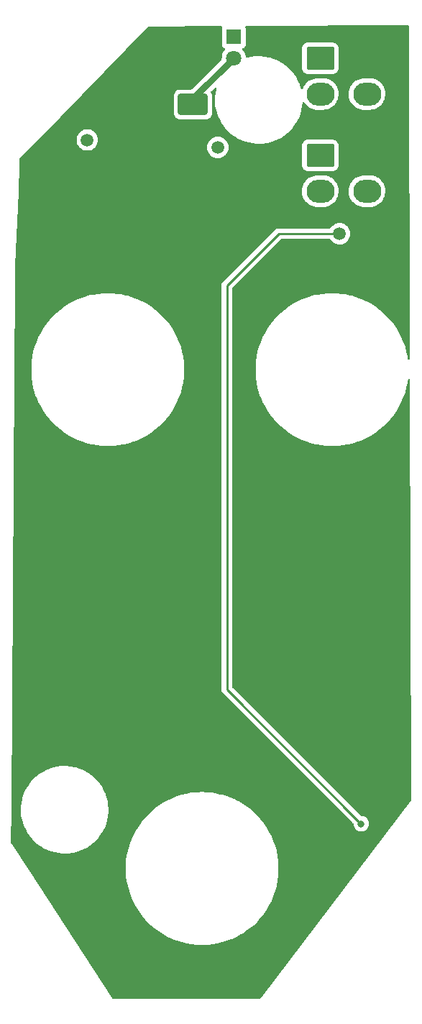
<source format=gbr>
%TF.GenerationSoftware,KiCad,Pcbnew,7.0.1*%
%TF.CreationDate,2023-04-12T19:10:25-08:00*%
%TF.ProjectId,APU ENG CRANK PANEL,41505520-454e-4472-9043-52414e4b2050,4*%
%TF.SameCoordinates,Original*%
%TF.FileFunction,Copper,L2,Bot*%
%TF.FilePolarity,Positive*%
%FSLAX46Y46*%
G04 Gerber Fmt 4.6, Leading zero omitted, Abs format (unit mm)*
G04 Created by KiCad (PCBNEW 7.0.1) date 2023-04-12 19:10:25*
%MOMM*%
%LPD*%
G01*
G04 APERTURE LIST*
G04 Aperture macros list*
%AMRoundRect*
0 Rectangle with rounded corners*
0 $1 Rounding radius*
0 $2 $3 $4 $5 $6 $7 $8 $9 X,Y pos of 4 corners*
0 Add a 4 corners polygon primitive as box body*
4,1,4,$2,$3,$4,$5,$6,$7,$8,$9,$2,$3,0*
0 Add four circle primitives for the rounded corners*
1,1,$1+$1,$2,$3*
1,1,$1+$1,$4,$5*
1,1,$1+$1,$6,$7*
1,1,$1+$1,$8,$9*
0 Add four rect primitives between the rounded corners*
20,1,$1+$1,$2,$3,$4,$5,0*
20,1,$1+$1,$4,$5,$6,$7,0*
20,1,$1+$1,$6,$7,$8,$9,0*
20,1,$1+$1,$8,$9,$2,$3,0*%
G04 Aperture macros list end*
%TA.AperFunction,ComponentPad*%
%ADD10C,1.500000*%
%TD*%
%TA.AperFunction,ComponentPad*%
%ADD11RoundRect,0.250001X-1.399999X1.099999X-1.399999X-1.099999X1.399999X-1.099999X1.399999X1.099999X0*%
%TD*%
%TA.AperFunction,ComponentPad*%
%ADD12O,3.300000X2.700000*%
%TD*%
%TA.AperFunction,SMDPad,CuDef*%
%ADD13RoundRect,0.250000X1.500000X1.000000X-1.500000X1.000000X-1.500000X-1.000000X1.500000X-1.000000X0*%
%TD*%
%TA.AperFunction,ComponentPad*%
%ADD14R,1.800000X1.800000*%
%TD*%
%TA.AperFunction,ComponentPad*%
%ADD15C,1.800000*%
%TD*%
%TA.AperFunction,ViaPad*%
%ADD16C,0.800000*%
%TD*%
%TA.AperFunction,Conductor*%
%ADD17C,0.250000*%
%TD*%
%TA.AperFunction,Conductor*%
%ADD18C,0.750000*%
%TD*%
G04 APERTURE END LIST*
D10*
%TO.P,TP3,1,1*%
%TO.N,GND*%
X151638000Y-61163200D03*
%TD*%
%TO.P,TP1,1,1*%
%TO.N,+5V*%
X154686000Y-57988200D03*
%TD*%
%TO.P,TP4,1,1*%
%TO.N,DATA OUT*%
X184404000Y-69037200D03*
%TD*%
%TO.P,TP2,1,1*%
%TO.N,DATA IN*%
X170053000Y-58877200D03*
%TD*%
D11*
%TO.P,J2,1,Pin_1*%
%TO.N,+5V*%
X182128200Y-59824600D03*
D12*
%TO.P,J2,2,Pin_3*%
X182128200Y-64024600D03*
%TO.P,J2,3,Pin_2*%
%TO.N,GND*%
X187628200Y-59824600D03*
%TO.P,J2,4,Pin_4*%
%TO.N,DATA OUT*%
X187628200Y-64024600D03*
%TD*%
D13*
%TO.P,C1,1*%
%TO.N,+5V*%
X167129500Y-53827700D03*
%TO.P,C1,2*%
%TO.N,GND*%
X160629500Y-53827700D03*
%TD*%
D14*
%TO.P,D1,1,K*%
%TO.N,Net-(D1-K)*%
X171932600Y-45816600D03*
D15*
%TO.P,D1,2,A*%
%TO.N,+5V*%
X171932600Y-48356600D03*
%TD*%
D11*
%TO.P,J1,1,Pin_1*%
%TO.N,+5V*%
X182128200Y-48381900D03*
D12*
%TO.P,J1,2,Pin_3*%
X182128200Y-52581900D03*
%TO.P,J1,3,Pin_2*%
%TO.N,GND*%
X187628200Y-48381900D03*
%TO.P,J1,4,Pin_4*%
%TO.N,DATA IN*%
X187628200Y-52581900D03*
%TD*%
D16*
%TO.N,GND*%
X177419000Y-131521200D03*
X159385000Y-131394200D03*
X191770000Y-75768200D03*
X168910000Y-131521200D03*
X177292000Y-67640200D03*
X149733000Y-77800200D03*
X166624000Y-77419200D03*
X164248000Y-123544600D03*
X148463000Y-125552200D03*
X161290000Y-100025200D03*
X177673000Y-147396200D03*
X159543700Y-150362900D03*
X183679000Y-123544600D03*
X184658000Y-131521200D03*
X189103000Y-125425200D03*
X174281000Y-123417600D03*
X173609000Y-156286200D03*
X175844200Y-78384400D03*
X168783000Y-67767200D03*
%TO.N,DATA OUT*%
X186944000Y-138506200D03*
%TD*%
D17*
%TO.N,+5V*%
X167129500Y-53827700D02*
X167129500Y-53159700D01*
D18*
X167129500Y-53159700D02*
X171932600Y-48356600D01*
D17*
%TO.N,DATA OUT*%
X177215800Y-69037200D02*
X184404000Y-69037200D01*
X186944000Y-138506200D02*
X171119800Y-122682000D01*
X171119800Y-122682000D02*
X171119800Y-75133200D01*
X171119800Y-75133200D02*
X177215800Y-69037200D01*
%TD*%
%TA.AperFunction,Conductor*%
%TO.N,GND*%
G36*
X192503182Y-44487559D02*
G01*
X192549537Y-44533562D01*
X192566636Y-44596591D01*
X192674824Y-83738800D01*
X192659459Y-83799447D01*
X192616818Y-83845227D01*
X192557414Y-83864855D01*
X192495892Y-83853490D01*
X192447420Y-83813935D01*
X192423948Y-83755944D01*
X192395084Y-83541316D01*
X192275206Y-82951537D01*
X192116203Y-82371082D01*
X191918785Y-81802543D01*
X191683834Y-81248460D01*
X191412398Y-80711307D01*
X191105691Y-80193484D01*
X190765082Y-79697303D01*
X190525351Y-79393728D01*
X190392092Y-79224979D01*
X190200367Y-79012999D01*
X189988388Y-78778624D01*
X189555771Y-78360230D01*
X189096176Y-77971666D01*
X188611653Y-77614668D01*
X188611641Y-77614659D01*
X188104376Y-77290834D01*
X188104367Y-77290829D01*
X187576585Y-77001596D01*
X187509880Y-76970641D01*
X187030668Y-76748262D01*
X186469037Y-76531955D01*
X185894220Y-76353645D01*
X185699071Y-76307138D01*
X185308775Y-76214126D01*
X185135674Y-76184927D01*
X184715313Y-76114021D01*
X184116511Y-76053781D01*
X183916022Y-76047078D01*
X183665421Y-76038700D01*
X183364579Y-76038700D01*
X183127167Y-76046637D01*
X182913488Y-76053781D01*
X182314686Y-76114021D01*
X181807775Y-76199526D01*
X181721225Y-76214126D01*
X181526076Y-76260632D01*
X181135779Y-76353645D01*
X180560962Y-76531955D01*
X179999331Y-76748262D01*
X179453421Y-77001593D01*
X179453415Y-77001596D01*
X179255496Y-77110058D01*
X178925623Y-77290834D01*
X178418358Y-77614659D01*
X177933817Y-77971671D01*
X177474231Y-78360228D01*
X177041612Y-78778624D01*
X176637907Y-79224979D01*
X176335898Y-79607419D01*
X176264918Y-79697303D01*
X176063304Y-79991002D01*
X175924312Y-80193479D01*
X175617595Y-80711319D01*
X175346169Y-81248452D01*
X175111213Y-81802548D01*
X174913798Y-82371076D01*
X174754793Y-82951540D01*
X174634917Y-83541309D01*
X174554698Y-84137782D01*
X174514500Y-84738285D01*
X174514500Y-85340115D01*
X174554698Y-85940617D01*
X174634917Y-86537090D01*
X174754793Y-87126859D01*
X174913798Y-87707323D01*
X175091119Y-88217983D01*
X175111215Y-88275857D01*
X175346166Y-88829940D01*
X175346169Y-88829947D01*
X175617595Y-89367080D01*
X175617602Y-89367093D01*
X175924309Y-89884916D01*
X176264918Y-90381097D01*
X176469158Y-90639729D01*
X176637907Y-90853420D01*
X176849887Y-91087795D01*
X177041612Y-91299776D01*
X177474229Y-91718170D01*
X177933824Y-92106734D01*
X178418347Y-92463732D01*
X178418358Y-92463740D01*
X178925623Y-92787565D01*
X178925627Y-92787567D01*
X178925633Y-92787571D01*
X179453415Y-93076804D01*
X179664060Y-93174553D01*
X179999331Y-93330137D01*
X180297529Y-93444985D01*
X180560963Y-93546445D01*
X181135781Y-93724755D01*
X181721225Y-93864274D01*
X182314680Y-93964377D01*
X182314686Y-93964378D01*
X182798130Y-94013012D01*
X182913497Y-94024619D01*
X183364579Y-94039700D01*
X183665411Y-94039700D01*
X183665421Y-94039700D01*
X184116503Y-94024619D01*
X184354564Y-94000669D01*
X184715313Y-93964378D01*
X184715317Y-93964377D01*
X184715320Y-93964377D01*
X185308775Y-93864274D01*
X185894219Y-93724755D01*
X186469037Y-93546445D01*
X186897482Y-93381432D01*
X187030668Y-93330137D01*
X187241307Y-93232389D01*
X187576585Y-93076804D01*
X188104367Y-92787571D01*
X188321775Y-92648782D01*
X188611641Y-92463740D01*
X188611644Y-92463737D01*
X188611653Y-92463732D01*
X189096176Y-92106734D01*
X189555771Y-91718170D01*
X189988388Y-91299776D01*
X190392092Y-90853420D01*
X190765082Y-90381097D01*
X191105691Y-89884916D01*
X191412398Y-89367093D01*
X191683834Y-88829940D01*
X191918785Y-88275857D01*
X192116203Y-87707318D01*
X192275206Y-87126863D01*
X192395084Y-86537084D01*
X192430990Y-86270094D01*
X192454393Y-86212197D01*
X192502723Y-86172646D01*
X192564108Y-86161161D01*
X192623469Y-86180562D01*
X192666222Y-86226083D01*
X192681866Y-86286543D01*
X192818316Y-135654402D01*
X192811803Y-135694735D01*
X192792728Y-135730865D01*
X175125364Y-159037815D01*
X175081012Y-159074542D01*
X175024952Y-159087700D01*
X157692645Y-159087700D01*
X157632594Y-159072469D01*
X157587060Y-159030460D01*
X147849376Y-144077615D01*
X159211000Y-144077615D01*
X159251198Y-144678117D01*
X159331417Y-145274590D01*
X159451293Y-145864359D01*
X159610298Y-146444823D01*
X159787619Y-146955483D01*
X159807715Y-147013357D01*
X160042666Y-147567440D01*
X160042669Y-147567447D01*
X160314095Y-148104580D01*
X160314102Y-148104593D01*
X160620809Y-148622416D01*
X160961418Y-149118597D01*
X161165658Y-149377229D01*
X161334407Y-149590920D01*
X161546387Y-149825295D01*
X161738112Y-150037276D01*
X162170729Y-150455670D01*
X162630324Y-150844234D01*
X163114847Y-151201232D01*
X163114858Y-151201240D01*
X163622123Y-151525065D01*
X163622127Y-151525067D01*
X163622133Y-151525071D01*
X164149915Y-151814304D01*
X164360560Y-151912053D01*
X164695831Y-152067637D01*
X164994029Y-152182485D01*
X165257463Y-152283945D01*
X165832281Y-152462255D01*
X166417725Y-152601774D01*
X167011180Y-152701877D01*
X167011186Y-152701878D01*
X167494630Y-152750512D01*
X167609997Y-152762119D01*
X168061079Y-152777200D01*
X168361911Y-152777200D01*
X168361921Y-152777200D01*
X168813003Y-152762119D01*
X169051064Y-152738169D01*
X169411813Y-152701878D01*
X169411817Y-152701877D01*
X169411820Y-152701877D01*
X170005275Y-152601774D01*
X170590719Y-152462255D01*
X171165537Y-152283945D01*
X171593982Y-152118932D01*
X171727168Y-152067637D01*
X171937807Y-151969889D01*
X172273085Y-151814304D01*
X172800867Y-151525071D01*
X173018275Y-151386282D01*
X173308141Y-151201240D01*
X173308144Y-151201237D01*
X173308153Y-151201232D01*
X173792676Y-150844234D01*
X174252271Y-150455670D01*
X174684888Y-150037276D01*
X175088592Y-149590920D01*
X175461582Y-149118597D01*
X175802191Y-148622416D01*
X176108898Y-148104593D01*
X176380334Y-147567440D01*
X176615285Y-147013357D01*
X176812703Y-146444818D01*
X176971706Y-145864363D01*
X177091584Y-145274584D01*
X177171802Y-144678115D01*
X177212000Y-144077620D01*
X177212000Y-143475780D01*
X177171802Y-142875285D01*
X177091584Y-142278816D01*
X176971706Y-141689037D01*
X176812703Y-141108582D01*
X176615285Y-140540043D01*
X176380334Y-139985960D01*
X176108898Y-139448807D01*
X175802191Y-138930984D01*
X175461582Y-138434803D01*
X175195224Y-138097510D01*
X175088592Y-137962479D01*
X174806372Y-137650443D01*
X174684888Y-137516124D01*
X174252271Y-137097730D01*
X173792676Y-136709166D01*
X173308153Y-136352168D01*
X173308141Y-136352159D01*
X172800876Y-136028334D01*
X172665845Y-135954335D01*
X172273085Y-135739096D01*
X172182271Y-135696954D01*
X171727168Y-135485762D01*
X171165537Y-135269455D01*
X170590720Y-135091145D01*
X170395571Y-135044638D01*
X170005275Y-134951626D01*
X169832174Y-134922427D01*
X169411813Y-134851521D01*
X168813011Y-134791281D01*
X168612522Y-134784578D01*
X168361921Y-134776200D01*
X168061079Y-134776200D01*
X167823667Y-134784137D01*
X167609988Y-134791281D01*
X167011186Y-134851521D01*
X166504275Y-134937026D01*
X166417725Y-134951626D01*
X166222576Y-134998132D01*
X165832279Y-135091145D01*
X165257462Y-135269455D01*
X164695831Y-135485762D01*
X164167652Y-135730865D01*
X164149915Y-135739096D01*
X163974143Y-135835422D01*
X163622123Y-136028334D01*
X163114858Y-136352159D01*
X162630317Y-136709171D01*
X162170731Y-137097728D01*
X161738112Y-137516124D01*
X161334407Y-137962479D01*
X161055023Y-138316270D01*
X160961418Y-138434803D01*
X160620809Y-138930984D01*
X160482066Y-139165229D01*
X160314095Y-139448819D01*
X160042669Y-139985952D01*
X159807713Y-140540048D01*
X159610298Y-141108576D01*
X159451293Y-141689040D01*
X159331417Y-142278809D01*
X159251198Y-142875282D01*
X159211000Y-143475785D01*
X159211000Y-144077615D01*
X147849376Y-144077615D01*
X145734102Y-140829475D01*
X145718766Y-140796128D01*
X145713690Y-140759779D01*
X145741935Y-136969243D01*
X146864715Y-136969243D01*
X146894965Y-137424346D01*
X146965316Y-137874977D01*
X147075220Y-138317631D01*
X147223816Y-138748840D01*
X147409937Y-139165221D01*
X147632138Y-139563539D01*
X147760402Y-139752094D01*
X147888668Y-139940652D01*
X147925747Y-139985960D01*
X148177525Y-140293619D01*
X148496441Y-140619671D01*
X148660117Y-140759776D01*
X148833824Y-140908469D01*
X148842936Y-140916268D01*
X149214270Y-141181069D01*
X149214275Y-141181072D01*
X149214278Y-141181074D01*
X149607574Y-141412028D01*
X149607583Y-141412033D01*
X150019737Y-141607315D01*
X150019740Y-141607316D01*
X150019744Y-141607318D01*
X150447560Y-141765417D01*
X150887675Y-141885086D01*
X151336644Y-141965390D01*
X151790953Y-142005700D01*
X152132956Y-142005700D01*
X152132963Y-142005700D01*
X152474648Y-141990571D01*
X152926729Y-141930206D01*
X153371707Y-141830121D01*
X153806097Y-141691101D01*
X153806097Y-141691100D01*
X153806100Y-141691100D01*
X154226500Y-141514234D01*
X154419627Y-141412033D01*
X154629629Y-141300902D01*
X155012325Y-141052778D01*
X155371594Y-140771802D01*
X155704624Y-140460173D01*
X156008810Y-140120330D01*
X156281769Y-139754933D01*
X156521367Y-139366842D01*
X156725728Y-138959094D01*
X156893252Y-138534880D01*
X157022628Y-138097520D01*
X157112845Y-137650437D01*
X157163195Y-137197131D01*
X157173284Y-136741149D01*
X157143035Y-136286059D01*
X157102166Y-136024272D01*
X157072683Y-135835422D01*
X156962779Y-135392768D01*
X156814183Y-134961559D01*
X156628062Y-134545178D01*
X156628059Y-134545171D01*
X156405862Y-134146862D01*
X156149332Y-133769748D01*
X155860477Y-133416783D01*
X155697563Y-133250224D01*
X155541558Y-133090728D01*
X155195063Y-132794131D01*
X154823729Y-132529330D01*
X154430416Y-132298366D01*
X154018262Y-132103084D01*
X153590442Y-131944983D01*
X153351103Y-131879906D01*
X153150325Y-131825314D01*
X152764790Y-131756356D01*
X152701351Y-131745009D01*
X152309533Y-131710244D01*
X152247047Y-131704700D01*
X151905037Y-131704700D01*
X151563352Y-131719829D01*
X151111271Y-131780194D01*
X151111265Y-131780195D01*
X151111267Y-131780195D01*
X150666292Y-131880278D01*
X150231899Y-132019299D01*
X149811499Y-132196165D01*
X149408369Y-132409498D01*
X149025675Y-132657621D01*
X148666409Y-132938595D01*
X148333378Y-133250224D01*
X148029184Y-133590076D01*
X147756235Y-133955460D01*
X147516632Y-134343559D01*
X147312271Y-134751307D01*
X147144749Y-135175517D01*
X147015369Y-135612889D01*
X146925155Y-136059956D01*
X146874804Y-136513272D01*
X146864715Y-136969243D01*
X145741935Y-136969243D01*
X146126654Y-85340115D01*
X148098500Y-85340115D01*
X148138698Y-85940617D01*
X148218917Y-86537090D01*
X148338793Y-87126859D01*
X148497798Y-87707323D01*
X148675119Y-88217983D01*
X148695215Y-88275857D01*
X148930166Y-88829940D01*
X148930169Y-88829947D01*
X149201595Y-89367080D01*
X149201602Y-89367093D01*
X149508309Y-89884916D01*
X149848918Y-90381097D01*
X150053158Y-90639729D01*
X150221907Y-90853420D01*
X150433887Y-91087795D01*
X150625612Y-91299776D01*
X151058229Y-91718170D01*
X151517824Y-92106734D01*
X152002347Y-92463732D01*
X152002358Y-92463740D01*
X152509623Y-92787565D01*
X152509627Y-92787567D01*
X152509633Y-92787571D01*
X153037415Y-93076804D01*
X153248060Y-93174553D01*
X153583331Y-93330137D01*
X153881529Y-93444985D01*
X154144963Y-93546445D01*
X154719781Y-93724755D01*
X155305225Y-93864274D01*
X155898680Y-93964377D01*
X155898686Y-93964378D01*
X156382130Y-94013012D01*
X156497497Y-94024619D01*
X156948579Y-94039700D01*
X157249411Y-94039700D01*
X157249421Y-94039700D01*
X157700503Y-94024619D01*
X157938564Y-94000669D01*
X158299313Y-93964378D01*
X158299317Y-93964377D01*
X158299320Y-93964377D01*
X158892775Y-93864274D01*
X159478219Y-93724755D01*
X160053037Y-93546445D01*
X160481482Y-93381432D01*
X160614668Y-93330137D01*
X160825307Y-93232389D01*
X161160585Y-93076804D01*
X161688367Y-92787571D01*
X161905775Y-92648782D01*
X162195641Y-92463740D01*
X162195644Y-92463737D01*
X162195653Y-92463732D01*
X162680176Y-92106734D01*
X163139771Y-91718170D01*
X163572388Y-91299776D01*
X163976092Y-90853420D01*
X164349082Y-90381097D01*
X164689691Y-89884916D01*
X164996398Y-89367093D01*
X165267834Y-88829940D01*
X165502785Y-88275857D01*
X165700203Y-87707318D01*
X165859206Y-87126863D01*
X165979084Y-86537084D01*
X166059302Y-85940615D01*
X166099500Y-85340120D01*
X166099500Y-84738280D01*
X166059302Y-84137785D01*
X165979084Y-83541316D01*
X165859206Y-82951537D01*
X165700203Y-82371082D01*
X165502785Y-81802543D01*
X165267834Y-81248460D01*
X164996398Y-80711307D01*
X164689691Y-80193484D01*
X164349082Y-79697303D01*
X164109351Y-79393728D01*
X163976092Y-79224979D01*
X163784367Y-79012999D01*
X163572388Y-78778624D01*
X163139771Y-78360230D01*
X162680176Y-77971666D01*
X162195653Y-77614668D01*
X162195641Y-77614659D01*
X161688376Y-77290834D01*
X161688367Y-77290829D01*
X161160585Y-77001596D01*
X161093880Y-76970641D01*
X160614668Y-76748262D01*
X160053037Y-76531955D01*
X159478220Y-76353645D01*
X159283071Y-76307138D01*
X158892775Y-76214126D01*
X158719674Y-76184927D01*
X158299313Y-76114021D01*
X157700511Y-76053781D01*
X157500022Y-76047078D01*
X157249421Y-76038700D01*
X156948579Y-76038700D01*
X156711167Y-76046637D01*
X156497488Y-76053781D01*
X155898686Y-76114021D01*
X155391775Y-76199526D01*
X155305225Y-76214126D01*
X155110076Y-76260632D01*
X154719779Y-76353645D01*
X154144962Y-76531955D01*
X153583331Y-76748262D01*
X153037421Y-77001593D01*
X153037415Y-77001596D01*
X152839496Y-77110058D01*
X152509623Y-77290834D01*
X152002358Y-77614659D01*
X151517817Y-77971671D01*
X151058231Y-78360228D01*
X150625612Y-78778624D01*
X150221907Y-79224979D01*
X149919898Y-79607419D01*
X149848918Y-79697303D01*
X149647304Y-79991002D01*
X149508312Y-80193479D01*
X149201595Y-80711319D01*
X148930169Y-81248452D01*
X148695213Y-81802548D01*
X148497798Y-82371076D01*
X148338793Y-82951540D01*
X148218917Y-83541309D01*
X148138698Y-84137782D01*
X148098500Y-84738285D01*
X148098500Y-85340115D01*
X146126654Y-85340115D01*
X146202861Y-75113142D01*
X170481579Y-75113142D01*
X170485741Y-75157161D01*
X170486300Y-75169019D01*
X170486300Y-122598147D01*
X170484004Y-122618935D01*
X170486238Y-122689986D01*
X170486300Y-122693945D01*
X170486300Y-122721857D01*
X170486807Y-122725873D01*
X170487737Y-122737696D01*
X170489126Y-122781892D01*
X170494777Y-122801341D01*
X170498786Y-122820696D01*
X170501325Y-122840794D01*
X170517601Y-122881903D01*
X170521444Y-122893130D01*
X170533780Y-122935590D01*
X170544094Y-122953030D01*
X170552787Y-122970774D01*
X170560248Y-122989617D01*
X170560249Y-122989619D01*
X170586231Y-123025380D01*
X170592748Y-123035301D01*
X170615258Y-123073363D01*
X170629578Y-123087683D01*
X170642418Y-123102716D01*
X170654326Y-123119105D01*
X170688398Y-123147292D01*
X170697178Y-123155282D01*
X185996877Y-138454981D01*
X186021508Y-138489831D01*
X186033092Y-138530905D01*
X186050458Y-138696129D01*
X186109472Y-138877756D01*
X186204958Y-139043142D01*
X186314886Y-139165229D01*
X186332747Y-139185066D01*
X186487248Y-139297318D01*
X186661712Y-139374994D01*
X186848513Y-139414700D01*
X187039485Y-139414700D01*
X187039487Y-139414700D01*
X187226288Y-139374994D01*
X187400752Y-139297318D01*
X187555253Y-139185066D01*
X187683040Y-139043144D01*
X187778527Y-138877756D01*
X187837542Y-138696128D01*
X187857504Y-138506200D01*
X187837542Y-138316272D01*
X187778527Y-138134644D01*
X187778527Y-138134643D01*
X187683041Y-137969257D01*
X187555252Y-137827333D01*
X187400753Y-137715083D01*
X187400752Y-137715082D01*
X187226288Y-137637406D01*
X187039487Y-137597700D01*
X187039485Y-137597700D01*
X186983595Y-137597700D01*
X186935377Y-137588109D01*
X186894500Y-137560795D01*
X171790205Y-122456500D01*
X171762891Y-122415623D01*
X171753300Y-122367405D01*
X171753300Y-75447794D01*
X171762891Y-75399576D01*
X171790205Y-75358699D01*
X177441300Y-69707605D01*
X177482177Y-69680291D01*
X177530395Y-69670700D01*
X183245646Y-69670700D01*
X183303826Y-69684937D01*
X183348859Y-69724429D01*
X183436253Y-69849241D01*
X183591958Y-70004946D01*
X183591961Y-70004948D01*
X183591962Y-70004949D01*
X183772346Y-70131256D01*
X183971924Y-70224320D01*
X184065707Y-70249449D01*
X184184624Y-70281314D01*
X184184625Y-70281314D01*
X184184629Y-70281315D01*
X184404000Y-70300507D01*
X184623371Y-70281315D01*
X184836076Y-70224320D01*
X185035654Y-70131256D01*
X185216038Y-70004949D01*
X185371749Y-69849238D01*
X185498056Y-69668854D01*
X185591120Y-69469276D01*
X185648115Y-69256571D01*
X185667307Y-69037200D01*
X185648115Y-68817829D01*
X185591120Y-68605124D01*
X185498056Y-68405547D01*
X185371749Y-68225162D01*
X185371748Y-68225161D01*
X185371746Y-68225158D01*
X185216041Y-68069453D01*
X185035653Y-67943143D01*
X184836074Y-67850079D01*
X184623375Y-67793085D01*
X184404000Y-67773893D01*
X184184624Y-67793085D01*
X183971925Y-67850079D01*
X183772347Y-67943143D01*
X183591958Y-68069453D01*
X183436253Y-68225158D01*
X183348859Y-68349971D01*
X183303826Y-68389463D01*
X183245646Y-68403700D01*
X177299653Y-68403700D01*
X177278863Y-68401404D01*
X177207801Y-68403638D01*
X177203843Y-68403700D01*
X177175942Y-68403700D01*
X177171934Y-68404206D01*
X177160113Y-68405136D01*
X177115908Y-68406525D01*
X177096451Y-68412178D01*
X177077101Y-68416186D01*
X177057002Y-68418725D01*
X177015893Y-68435002D01*
X177004665Y-68438846D01*
X176962208Y-68451181D01*
X176944764Y-68461497D01*
X176927017Y-68470190D01*
X176908184Y-68477646D01*
X176872411Y-68503637D01*
X176862493Y-68510151D01*
X176824439Y-68532657D01*
X176810112Y-68546983D01*
X176795083Y-68559818D01*
X176778694Y-68571725D01*
X176750501Y-68605804D01*
X176742513Y-68614581D01*
X170731136Y-74625957D01*
X170714816Y-74639033D01*
X170666170Y-74690835D01*
X170663420Y-74693673D01*
X170643668Y-74713426D01*
X170643664Y-74713430D01*
X170643665Y-74713430D01*
X170641179Y-74716633D01*
X170633487Y-74725639D01*
X170603213Y-74757878D01*
X170593452Y-74775634D01*
X170582601Y-74792152D01*
X170570185Y-74808159D01*
X170552624Y-74848739D01*
X170547404Y-74859395D01*
X170526104Y-74898140D01*
X170521067Y-74917759D01*
X170514664Y-74936461D01*
X170506618Y-74955055D01*
X170499701Y-74998724D01*
X170497295Y-75010344D01*
X170486300Y-75053170D01*
X170486300Y-75073424D01*
X170484749Y-75093134D01*
X170481579Y-75113142D01*
X146202861Y-75113142D01*
X146220211Y-72784743D01*
X146220304Y-72780808D01*
X146565072Y-64092658D01*
X179965971Y-64092658D01*
X179995727Y-64363075D01*
X180064536Y-64626275D01*
X180170937Y-64876660D01*
X180312658Y-65108878D01*
X180402310Y-65216605D01*
X180486681Y-65317987D01*
X180689296Y-65499531D01*
X180916184Y-65649639D01*
X181162511Y-65765112D01*
X181423025Y-65843489D01*
X181423026Y-65843489D01*
X181423029Y-65843490D01*
X181692173Y-65883100D01*
X181692175Y-65883100D01*
X182496119Y-65883100D01*
X182496120Y-65883100D01*
X182699524Y-65868213D01*
X182965064Y-65809061D01*
X183219163Y-65711877D01*
X183456403Y-65578731D01*
X183456402Y-65578731D01*
X183456405Y-65578730D01*
X183558975Y-65499527D01*
X183671729Y-65412461D01*
X183860552Y-65216612D01*
X183937630Y-65108877D01*
X184018846Y-64995358D01*
X184143238Y-64753412D01*
X184186611Y-64626275D01*
X184231078Y-64495934D01*
X184280492Y-64228410D01*
X184285453Y-64092658D01*
X185465971Y-64092658D01*
X185495727Y-64363075D01*
X185564536Y-64626275D01*
X185670937Y-64876660D01*
X185812658Y-65108878D01*
X185902310Y-65216605D01*
X185986681Y-65317987D01*
X186189296Y-65499531D01*
X186416184Y-65649639D01*
X186662511Y-65765112D01*
X186923025Y-65843489D01*
X186923026Y-65843489D01*
X186923029Y-65843490D01*
X187192173Y-65883100D01*
X187192175Y-65883100D01*
X187996119Y-65883100D01*
X187996120Y-65883100D01*
X188199524Y-65868213D01*
X188465064Y-65809061D01*
X188719163Y-65711877D01*
X188956403Y-65578731D01*
X188956402Y-65578731D01*
X188956405Y-65578730D01*
X189058975Y-65499527D01*
X189171729Y-65412461D01*
X189360552Y-65216612D01*
X189437630Y-65108877D01*
X189518846Y-64995358D01*
X189643238Y-64753412D01*
X189686611Y-64626275D01*
X189731078Y-64495934D01*
X189780492Y-64228410D01*
X189790428Y-63956542D01*
X189760673Y-63686125D01*
X189691863Y-63422922D01*
X189585463Y-63172542D01*
X189585462Y-63172539D01*
X189443741Y-62940321D01*
X189269718Y-62731212D01*
X189067107Y-62549672D01*
X189067108Y-62549672D01*
X189067104Y-62549669D01*
X188896937Y-62437087D01*
X188840215Y-62399560D01*
X188593889Y-62284088D01*
X188333370Y-62205709D01*
X188064227Y-62166100D01*
X188064225Y-62166100D01*
X187260280Y-62166100D01*
X187219599Y-62169077D01*
X187056872Y-62180987D01*
X186791337Y-62240138D01*
X186537236Y-62337322D01*
X186299994Y-62470469D01*
X186084675Y-62636735D01*
X185895842Y-62832594D01*
X185737553Y-63053841D01*
X185613161Y-63295787D01*
X185525322Y-63553264D01*
X185475908Y-63820788D01*
X185465971Y-64092658D01*
X184285453Y-64092658D01*
X184290428Y-63956542D01*
X184260673Y-63686125D01*
X184191863Y-63422922D01*
X184085463Y-63172542D01*
X184085462Y-63172539D01*
X183943741Y-62940321D01*
X183769718Y-62731212D01*
X183567107Y-62549672D01*
X183567108Y-62549672D01*
X183567104Y-62549669D01*
X183396937Y-62437087D01*
X183340215Y-62399560D01*
X183093889Y-62284088D01*
X182833370Y-62205709D01*
X182564227Y-62166100D01*
X182564225Y-62166100D01*
X181760280Y-62166100D01*
X181719599Y-62169077D01*
X181556872Y-62180987D01*
X181291337Y-62240138D01*
X181037236Y-62337322D01*
X180799994Y-62470469D01*
X180584675Y-62636735D01*
X180395842Y-62832594D01*
X180237553Y-63053841D01*
X180113161Y-63295787D01*
X180025322Y-63553264D01*
X179975908Y-63820788D01*
X179965971Y-64092658D01*
X146565072Y-64092658D01*
X146688783Y-60975144D01*
X179969700Y-60975144D01*
X179980313Y-61079025D01*
X180036085Y-61247338D01*
X180129170Y-61398251D01*
X180129172Y-61398254D01*
X180254545Y-61523627D01*
X180254547Y-61523628D01*
X180254549Y-61523630D01*
X180405462Y-61616715D01*
X180573775Y-61672487D01*
X180677656Y-61683100D01*
X183578740Y-61683100D01*
X183578744Y-61683100D01*
X183682625Y-61672487D01*
X183850938Y-61616715D01*
X184001851Y-61523630D01*
X184127230Y-61398251D01*
X184220315Y-61247338D01*
X184276087Y-61079025D01*
X184286700Y-60975144D01*
X184286700Y-58674056D01*
X184276087Y-58570175D01*
X184220315Y-58401862D01*
X184127230Y-58250949D01*
X184127228Y-58250947D01*
X184127227Y-58250945D01*
X184001854Y-58125572D01*
X184001851Y-58125570D01*
X183850938Y-58032485D01*
X183766781Y-58004598D01*
X183682626Y-57976713D01*
X183661848Y-57974590D01*
X183578744Y-57966100D01*
X180677656Y-57966100D01*
X180608402Y-57973175D01*
X180573773Y-57976713D01*
X180405462Y-58032485D01*
X180254545Y-58125572D01*
X180129172Y-58250945D01*
X180036085Y-58401862D01*
X179980313Y-58570173D01*
X179980312Y-58570175D01*
X179980313Y-58570175D01*
X179969700Y-58674056D01*
X179969700Y-60975144D01*
X146688783Y-60975144D01*
X146718374Y-60229442D01*
X146728520Y-60184673D01*
X146754030Y-60146508D01*
X146885070Y-60012020D01*
X148856997Y-57988200D01*
X153422693Y-57988200D01*
X153441885Y-58207575D01*
X153498879Y-58420274D01*
X153591943Y-58619853D01*
X153718253Y-58800241D01*
X153873958Y-58955946D01*
X153873961Y-58955948D01*
X153873962Y-58955949D01*
X154054346Y-59082256D01*
X154253924Y-59175320D01*
X154347707Y-59200449D01*
X154466624Y-59232314D01*
X154466625Y-59232314D01*
X154466629Y-59232315D01*
X154686000Y-59251507D01*
X154905371Y-59232315D01*
X155118076Y-59175320D01*
X155317654Y-59082256D01*
X155498038Y-58955949D01*
X155576787Y-58877200D01*
X168789693Y-58877200D01*
X168808885Y-59096575D01*
X168865879Y-59309274D01*
X168958943Y-59508853D01*
X169085253Y-59689241D01*
X169240958Y-59844946D01*
X169240961Y-59844948D01*
X169240962Y-59844949D01*
X169421346Y-59971256D01*
X169620924Y-60064320D01*
X169714707Y-60089449D01*
X169833624Y-60121314D01*
X169833625Y-60121314D01*
X169833629Y-60121315D01*
X170053000Y-60140507D01*
X170272371Y-60121315D01*
X170485076Y-60064320D01*
X170684654Y-59971256D01*
X170865038Y-59844949D01*
X171020749Y-59689238D01*
X171147056Y-59508854D01*
X171240120Y-59309276D01*
X171297115Y-59096571D01*
X171316307Y-58877200D01*
X171297115Y-58657829D01*
X171286939Y-58619854D01*
X171240120Y-58445125D01*
X171237590Y-58439700D01*
X171147056Y-58245547D01*
X171020749Y-58065162D01*
X171020748Y-58065161D01*
X171020746Y-58065158D01*
X170865041Y-57909453D01*
X170684653Y-57783143D01*
X170485074Y-57690079D01*
X170272375Y-57633085D01*
X170053000Y-57613893D01*
X169833624Y-57633085D01*
X169620925Y-57690079D01*
X169421347Y-57783143D01*
X169240958Y-57909453D01*
X169085253Y-58065158D01*
X168958943Y-58245547D01*
X168865879Y-58445125D01*
X168808885Y-58657824D01*
X168789693Y-58877200D01*
X155576787Y-58877200D01*
X155653749Y-58800238D01*
X155780056Y-58619854D01*
X155873120Y-58420276D01*
X155930115Y-58207571D01*
X155949307Y-57988200D01*
X155930115Y-57768829D01*
X155873120Y-57556124D01*
X155780056Y-57356547D01*
X155653749Y-57176162D01*
X155653748Y-57176161D01*
X155653746Y-57176158D01*
X155498041Y-57020453D01*
X155317653Y-56894143D01*
X155118074Y-56801079D01*
X154905375Y-56744085D01*
X154686000Y-56724893D01*
X154466624Y-56744085D01*
X154253925Y-56801079D01*
X154054347Y-56894143D01*
X153873958Y-57020453D01*
X153718253Y-57176158D01*
X153591943Y-57356547D01*
X153498879Y-57556125D01*
X153441885Y-57768824D01*
X153422693Y-57988200D01*
X148856997Y-57988200D01*
X161846290Y-44657083D01*
X161887276Y-44629044D01*
X161935915Y-44619019D01*
X170434176Y-44577765D01*
X170492781Y-44591904D01*
X170538110Y-44631652D01*
X170559785Y-44687909D01*
X170552842Y-44747796D01*
X170530611Y-44807399D01*
X170524100Y-44867962D01*
X170524100Y-46765238D01*
X170530611Y-46825800D01*
X170581711Y-46962805D01*
X170669338Y-47079861D01*
X170786394Y-47167488D01*
X170786395Y-47167488D01*
X170786396Y-47167489D01*
X170853774Y-47192620D01*
X170904107Y-47227182D01*
X170932282Y-47281352D01*
X170931680Y-47342408D01*
X170902443Y-47396012D01*
X170817284Y-47488519D01*
X170689616Y-47683930D01*
X170595850Y-47897694D01*
X170538550Y-48123969D01*
X170538549Y-48123974D01*
X170526678Y-48267238D01*
X170519273Y-48356600D01*
X170526989Y-48449727D01*
X170519721Y-48503498D01*
X170490514Y-48549226D01*
X167007445Y-52032295D01*
X166966568Y-52059609D01*
X166918350Y-52069200D01*
X165578959Y-52069200D01*
X165475073Y-52079813D01*
X165306762Y-52135585D01*
X165155844Y-52228672D01*
X165030472Y-52354044D01*
X164994923Y-52411678D01*
X164937385Y-52504962D01*
X164889339Y-52649958D01*
X164881613Y-52673274D01*
X164871000Y-52777159D01*
X164871000Y-54878240D01*
X164871001Y-54878245D01*
X164881613Y-54982126D01*
X164937385Y-55150438D01*
X164957371Y-55182840D01*
X165030472Y-55301355D01*
X165155844Y-55426727D01*
X165155846Y-55426728D01*
X165155848Y-55426730D01*
X165306762Y-55519815D01*
X165475074Y-55575587D01*
X165578955Y-55586200D01*
X168680044Y-55586199D01*
X168783926Y-55575587D01*
X168952238Y-55519815D01*
X169103152Y-55426730D01*
X169228530Y-55301352D01*
X169321615Y-55150438D01*
X169377387Y-54982126D01*
X169388000Y-54878245D01*
X169387999Y-52777156D01*
X169377387Y-52673274D01*
X169321615Y-52504962D01*
X169264075Y-52411675D01*
X169246033Y-52358945D01*
X169252503Y-52303587D01*
X169282219Y-52256438D01*
X169685969Y-51852688D01*
X169743079Y-51819912D01*
X169808927Y-51820421D01*
X169865526Y-51854079D01*
X169897416Y-51911692D01*
X169895887Y-51977525D01*
X169875370Y-52046885D01*
X169785155Y-52493956D01*
X169734804Y-52947272D01*
X169724715Y-53403243D01*
X169754965Y-53858346D01*
X169825316Y-54308977D01*
X169935220Y-54751631D01*
X170083816Y-55182840D01*
X170269937Y-55599221D01*
X170492138Y-55997539D01*
X170620403Y-56186095D01*
X170748668Y-56374652D01*
X170895705Y-56554323D01*
X171037525Y-56727619D01*
X171356441Y-57053671D01*
X171702936Y-57350268D01*
X172074270Y-57615069D01*
X172074275Y-57615072D01*
X172074278Y-57615074D01*
X172360486Y-57783143D01*
X172467583Y-57846033D01*
X172879737Y-58041315D01*
X172879740Y-58041316D01*
X172879744Y-58041318D01*
X173307560Y-58199417D01*
X173747675Y-58319086D01*
X174196644Y-58399390D01*
X174650953Y-58439700D01*
X174992956Y-58439700D01*
X174992963Y-58439700D01*
X175334648Y-58424571D01*
X175786729Y-58364206D01*
X176231707Y-58264121D01*
X176666097Y-58125101D01*
X176666097Y-58125100D01*
X176666100Y-58125100D01*
X177086500Y-57948234D01*
X177086502Y-57948233D01*
X177489629Y-57734902D01*
X177872325Y-57486778D01*
X178231594Y-57205802D01*
X178564624Y-56894173D01*
X178868810Y-56554330D01*
X179141769Y-56188933D01*
X179381367Y-55800842D01*
X179585728Y-55393094D01*
X179753252Y-54968880D01*
X179882628Y-54531520D01*
X179909008Y-54400789D01*
X179972844Y-54084443D01*
X179975912Y-54056827D01*
X180023195Y-53631131D01*
X180023195Y-53631128D01*
X180023768Y-53625970D01*
X180045522Y-53567986D01*
X180092275Y-53527370D01*
X180152732Y-53513935D01*
X180212286Y-53530928D01*
X180256551Y-53574242D01*
X180312658Y-53666178D01*
X180486681Y-53875287D01*
X180689296Y-54056831D01*
X180916184Y-54206939D01*
X181162511Y-54322412D01*
X181423025Y-54400789D01*
X181423026Y-54400789D01*
X181423029Y-54400790D01*
X181692173Y-54440400D01*
X181692175Y-54440400D01*
X182496119Y-54440400D01*
X182496120Y-54440400D01*
X182699524Y-54425513D01*
X182965064Y-54366361D01*
X183219163Y-54269177D01*
X183456403Y-54136031D01*
X183456402Y-54136031D01*
X183456405Y-54136030D01*
X183558975Y-54056827D01*
X183671729Y-53969761D01*
X183860552Y-53773912D01*
X183962703Y-53631131D01*
X184018846Y-53552658D01*
X184143238Y-53310712D01*
X184189486Y-53175149D01*
X184231078Y-53053234D01*
X184280492Y-52785710D01*
X184285453Y-52649958D01*
X185465971Y-52649958D01*
X185495727Y-52920375D01*
X185564536Y-53183575D01*
X185670937Y-53433960D01*
X185812658Y-53666178D01*
X185986681Y-53875287D01*
X186189296Y-54056831D01*
X186416184Y-54206939D01*
X186662511Y-54322412D01*
X186923025Y-54400789D01*
X186923026Y-54400789D01*
X186923029Y-54400790D01*
X187192173Y-54440400D01*
X187192175Y-54440400D01*
X187996119Y-54440400D01*
X187996120Y-54440400D01*
X188199524Y-54425513D01*
X188465064Y-54366361D01*
X188719163Y-54269177D01*
X188956403Y-54136031D01*
X188956402Y-54136031D01*
X188956405Y-54136030D01*
X189058975Y-54056827D01*
X189171729Y-53969761D01*
X189360552Y-53773912D01*
X189462703Y-53631131D01*
X189518846Y-53552658D01*
X189643238Y-53310712D01*
X189689486Y-53175149D01*
X189731078Y-53053234D01*
X189780492Y-52785710D01*
X189790428Y-52513842D01*
X189760673Y-52243425D01*
X189691863Y-51980222D01*
X189585463Y-51729842D01*
X189585462Y-51729839D01*
X189443741Y-51497621D01*
X189269718Y-51288512D01*
X189067107Y-51106972D01*
X189067108Y-51106972D01*
X189067104Y-51106969D01*
X188873938Y-50979171D01*
X188840215Y-50956860D01*
X188593889Y-50841388D01*
X188333370Y-50763009D01*
X188064227Y-50723400D01*
X188064225Y-50723400D01*
X187260280Y-50723400D01*
X187219599Y-50726377D01*
X187056872Y-50738287D01*
X186791337Y-50797438D01*
X186537236Y-50894622D01*
X186299994Y-51027769D01*
X186084675Y-51194035D01*
X185895842Y-51389894D01*
X185737553Y-51611141D01*
X185613161Y-51853087D01*
X185525322Y-52110564D01*
X185475908Y-52378088D01*
X185465971Y-52649958D01*
X184285453Y-52649958D01*
X184290428Y-52513842D01*
X184260673Y-52243425D01*
X184191863Y-51980222D01*
X184085463Y-51729842D01*
X184085462Y-51729839D01*
X183943741Y-51497621D01*
X183769718Y-51288512D01*
X183567107Y-51106972D01*
X183567108Y-51106972D01*
X183567104Y-51106969D01*
X183373938Y-50979171D01*
X183340215Y-50956860D01*
X183093889Y-50841388D01*
X182833370Y-50763009D01*
X182564227Y-50723400D01*
X182564225Y-50723400D01*
X181760280Y-50723400D01*
X181719599Y-50726377D01*
X181556872Y-50738287D01*
X181291337Y-50797438D01*
X181037236Y-50894622D01*
X180799994Y-51027769D01*
X180584675Y-51194035D01*
X180395842Y-51389894D01*
X180237553Y-51611141D01*
X180113162Y-51853086D01*
X180087190Y-51929215D01*
X180051788Y-51982580D01*
X179994727Y-52011651D01*
X179930745Y-52008916D01*
X179876371Y-51975084D01*
X179845652Y-51918893D01*
X179822779Y-51826768D01*
X179674183Y-51395559D01*
X179488062Y-50979178D01*
X179488059Y-50979171D01*
X179265862Y-50580862D01*
X179009332Y-50203748D01*
X178720477Y-49850783D01*
X178675341Y-49804637D01*
X178409105Y-49532444D01*
X179969700Y-49532444D01*
X179980313Y-49636325D01*
X180036085Y-49804638D01*
X180064546Y-49850780D01*
X180129172Y-49955554D01*
X180254545Y-50080927D01*
X180254547Y-50080928D01*
X180254549Y-50080930D01*
X180405462Y-50174015D01*
X180573775Y-50229787D01*
X180677656Y-50240400D01*
X183578740Y-50240400D01*
X183578744Y-50240400D01*
X183682625Y-50229787D01*
X183850938Y-50174015D01*
X184001851Y-50080930D01*
X184127230Y-49955551D01*
X184220315Y-49804638D01*
X184276087Y-49636325D01*
X184286700Y-49532444D01*
X184286700Y-47231356D01*
X184276087Y-47127475D01*
X184220315Y-46959162D01*
X184127230Y-46808249D01*
X184127228Y-46808247D01*
X184127227Y-46808245D01*
X184001854Y-46682872D01*
X184001851Y-46682870D01*
X183850938Y-46589785D01*
X183766781Y-46561899D01*
X183682626Y-46534013D01*
X183661848Y-46531890D01*
X183578744Y-46523400D01*
X180677656Y-46523400D01*
X180608402Y-46530475D01*
X180573773Y-46534013D01*
X180405462Y-46589785D01*
X180254545Y-46682872D01*
X180129172Y-46808245D01*
X180036085Y-46959162D01*
X179980313Y-47127473D01*
X179980312Y-47127475D01*
X179980313Y-47127475D01*
X179969700Y-47231356D01*
X179969700Y-49532444D01*
X178409105Y-49532444D01*
X178401558Y-49524728D01*
X178055063Y-49228131D01*
X177683729Y-48963330D01*
X177290416Y-48732366D01*
X176878262Y-48537084D01*
X176450442Y-48378983D01*
X176211104Y-48313906D01*
X176010325Y-48259314D01*
X175624790Y-48190356D01*
X175561351Y-48179009D01*
X175169533Y-48144244D01*
X175107047Y-48138700D01*
X174765037Y-48138700D01*
X174423352Y-48153829D01*
X173971271Y-48214194D01*
X173971265Y-48214195D01*
X173971267Y-48214195D01*
X173526294Y-48314278D01*
X173498060Y-48323314D01*
X173442106Y-48328081D01*
X173389638Y-48308063D01*
X173351078Y-48267238D01*
X173334087Y-48213718D01*
X173326651Y-48123974D01*
X173269349Y-47897693D01*
X173175584Y-47683931D01*
X173047914Y-47488517D01*
X172962756Y-47396011D01*
X172933520Y-47342409D01*
X172932917Y-47281352D01*
X172961092Y-47227182D01*
X173011425Y-47192620D01*
X173052403Y-47177335D01*
X173078805Y-47167489D01*
X173195861Y-47079861D01*
X173283488Y-46962805D01*
X173283487Y-46962805D01*
X173283489Y-46962804D01*
X173334589Y-46825801D01*
X173341100Y-46765238D01*
X173341100Y-44867962D01*
X173334589Y-44807399D01*
X173306943Y-44733280D01*
X173299963Y-44673698D01*
X173321327Y-44617640D01*
X173366192Y-44577815D01*
X173424385Y-44563250D01*
X192440027Y-44470940D01*
X192503182Y-44487559D01*
G37*
%TD.AperFunction*%
%TD*%
M02*

</source>
